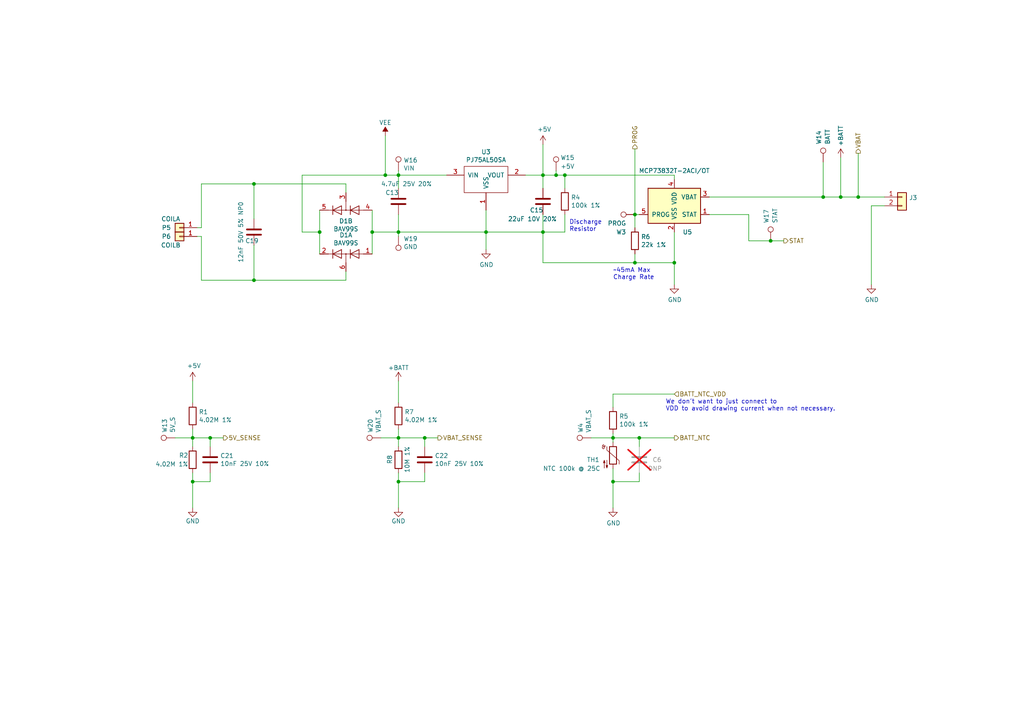
<source format=kicad_sch>
(kicad_sch (version 20230121) (generator eeschema)
  (paper "A4")
  (title_block (title "Pixels D20 Schematic, Main") (date "2022-08-26") (rev "13") (company "Systemic Games, LLC") (comment 1 "Wireless Charging Circuitry"))
  (lib_symbols
    (symbol "Connector_Generic:Conn_01x01" (pin_names (offset 1.016) hide)
      (property "Reference" "J" (at 0 2.54 0))
      (property "Value" "Conn_01x01" (at 0 -2.54 0))
      (symbol "Conn_01x01_1_1"
        (rectangle (start -1.27 0.127) (end 0 -0.127) (stroke (width 0.1524)))
        (rectangle (start -1.27 1.27) (end 1.27 -1.27) (stroke (width 0.254)) (fill (type background)))
        (pin passive line (at -5.08 0 0) (length 3.81) (name "Pin_1") (number "1"))
      )
    )
    (symbol "Connector_Generic:Conn_01x02" (pin_names (offset 1.016) hide)
      (property "Reference" "J" (at 0 2.54 0))
      (property "Value" "Conn_01x02" (at 0 -5.08 0))
      (symbol "Conn_01x02_1_1"
        (rectangle (start -1.27 -2.413) (end 0 -2.667) (stroke (width 0.1524)))
        (rectangle (start -1.27 0.127) (end 0 -0.127) (stroke (width 0.1524)))
        (rectangle (start -1.27 1.27) (end 1.27 -3.81) (stroke (width 0.254)) (fill (type background)))
        (pin passive line (at -5.08 0 0) (length 3.81) (name "Pin_1") (number "1"))
        (pin passive line (at -5.08 -2.54 0) (length 3.81) (name "Pin_2") (number "2"))
      )
    )
    (symbol "Device:C" (pin_numbers hide) (pin_names (offset 0.254))
      (property "Reference" "C" (at 0.635 2.54 0))
      (property "Value" "C" (at 0.635 -2.54 0))
      (symbol "C_0_1"
        (polyline (pts (xy -2.032 -0.762) (xy 2.032 -0.762)) (stroke (width 0.508)))
        (polyline (pts (xy -2.032 0.762) (xy 2.032 0.762)) (stroke (width 0.508)))
      )
      (symbol "C_1_1"
        (pin passive line (at 0 3.81 270) (length 2.794) (name "~") (number "1"))
        (pin passive line (at 0 -3.81 90) (length 2.794) (name "~") (number "2"))
      )
    )
    (symbol "Device:R" (pin_numbers hide) (pin_names (offset 0))
      (property "Reference" "R" (at 2.032 0 90))
      (property "Value" "R" (at 0 0 90))
      (symbol "R_0_1"
        (rectangle (start -1.016 -2.54) (end 1.016 2.54) (stroke (width 0.254)))
      )
      (symbol "R_1_1"
        (pin passive line (at 0 3.81 270) (length 1.27) (name "~") (number "1"))
        (pin passive line (at 0 -3.81 90) (length 1.27) (name "~") (number "2"))
      )
    )
    (symbol "Device:Thermistor_NTC" (pin_numbers hide) (pin_names (offset 0))
      (property "Reference" "TH" (at -4.445 0 90))
      (property "Value" "Thermistor_NTC" (at 3.175 0 90))
      (symbol "Thermistor_NTC_0_1"
        (arc (start -3.048 2.159) (mid -3.0495 2.3143) (end -3.175 2.413))
        (arc (start -3.048 2.159) (mid -2.9736 1.9794) (end -2.794 1.905))
        (arc (start -3.048 2.794) (mid -2.9736 2.6144) (end -2.794 2.54))
        (arc (start -2.794 1.905) (mid -2.6144 1.9794) (end -2.54 2.159))
        (arc (start -2.794 2.54) (mid -2.4393 2.5587) (end -2.159 2.794))
        (arc (start -2.794 3.048) (mid -2.9736 2.9736) (end -3.048 2.794))
        (arc (start -2.54 2.794) (mid -2.6144 2.9736) (end -2.794 3.048))
        (rectangle (start -1.016 2.54) (end 1.016 -2.54) (stroke (width 0.254)))
        (polyline (pts (xy -2.54 2.159) (xy -2.54 2.794)))
        (polyline (pts (xy -1.778 2.54) (xy -1.778 1.524) (xy 1.778 -1.524) (xy 1.778 -2.54)))
        (polyline (pts (xy -2.54 -3.683) (xy -2.54 -1.397) (xy -2.794 -2.159) (xy -2.286 -2.159) (xy -2.54 -1.397) (xy -2.54 -1.651)) (fill (type outline)))
        (polyline (pts (xy -1.778 -1.397) (xy -1.778 -3.683) (xy -2.032 -2.921) (xy -1.524 -2.921) (xy -1.778 -3.683) (xy -1.778 -3.429)) (fill (type outline)))
      )
      (symbol "Thermistor_NTC_1_1"
        (pin passive line (at 0 3.81 270) (length 1.27) (name "~") (number "1"))
        (pin passive line (at 0 -3.81 90) (length 1.27) (name "~") (number "2"))
      )
    )
    (symbol "Pixels-dice:BAV99S-diode" (pin_names (offset 0.0254) hide)
      (property "Reference" "D" (at 0 2.54 0))
      (property "Value" "BAV99S-diode" (at 0 5.08 0))
      (symbol "BAV99S-diode_0_1"
        (polyline (pts (xy -5.08 0) (xy 5.08 0)))
        (polyline (pts (xy 0 0) (xy 0 -2.54)))
        (polyline (pts (xy -1.27 -1.27) (xy -1.27 1.27) (xy -1.27 1.27)) (stroke (width 0.2032)))
        (polyline (pts (xy 3.81 1.27) (xy 3.81 -1.27) (xy 3.81 -1.27)) (stroke (width 0.2032)))
        (polyline (pts (xy -3.81 1.27) (xy -1.27 0) (xy -3.81 -1.27) (xy -3.81 1.27) (xy -3.81 1.27) (xy -3.81 1.27)) (stroke (width 0.2032)))
        (polyline (pts (xy 1.27 1.27) (xy 3.81 0) (xy 1.27 -1.27) (xy 1.27 1.27) (xy 1.27 1.27) (xy 1.27 1.27)) (stroke (width 0.2032)))
        (circle (center 0 0) (radius 0.127))
      )
      (symbol "BAV99S-diode_1_1"
        (polyline (pts (xy 6.35 0) (xy 7.62 0)))
        (pin passive line (at -7.62 0 0) (length 2.54) (name "A1") (number "1"))
        (pin passive line (at 7.62 0 180) (length 2.54) (name "K2") (number "2"))
        (pin passive line (at 0 -5.08 90) (length 2.54) (name "K3A4") (number "6"))
      )
      (symbol "BAV99S-diode_2_1"
        (polyline (pts (xy 6.35 0) (xy 7.62 0)))
        (pin passive line (at 0 -5.08 90) (length 2.54) (name "K1A2") (number "3"))
        (pin passive line (at -7.62 0 0) (length 2.54) (name "A3") (number "4"))
        (pin passive line (at 7.62 0 180) (length 2.54) (name "K4") (number "5"))
      )
    )
    (symbol "Pixels-dice:HX6306P502MR" (pin_names (offset 1.016))
      (property "Reference" "U" (at 3.81 -6.35 0))
      (property "Value" "HX6306P502MR" (at 0 3.81 0))
      (symbol "HX6306P502MR_0_1"
        (rectangle (start -6.35 2.54) (end 6.35 -5.08))
      )
      (symbol "HX6306P502MR_1_1"
        (pin power_in line (at 0 -10.16 90) (length 5.08) (name "VSS") (number "1"))
        (pin power_out line (at 11.43 0 180) (length 5.08) (name "VOUT") (number "2"))
        (pin power_in line (at -11.43 0 0) (length 5.08) (name "VIN") (number "3"))
      )
    )
    (symbol "Pixels-dice:MCP73831-2-OT-battery_management" (pin_names (offset 1.016))
      (property "Reference" "U" (at -7.62 6.35 0))
      (property "Value" "MCP73831-2-OT-battery_management" (at 1.27 6.35 0))
      (symbol "MCP73831-2-OT-battery_management_0_1"
        (rectangle (start -7.62 5.08) (end 7.62 -5.08) (stroke (width 0.254)) (fill (type background)))
      )
      (symbol "MCP73831-2-OT-battery_management_1_1"
        (pin output line (at 10.16 -2.54 180) (length 2.54) (name "STAT") (number "1"))
        (pin power_in line (at 0 -7.62 90) (length 2.54) (name "VSS") (number "2"))
        (pin power_out line (at 10.16 2.54 180) (length 2.54) (name "VBAT") (number "3"))
        (pin power_in line (at 0 7.62 270) (length 2.54) (name "VDD") (number "4"))
        (pin input line (at -10.16 -2.54 0) (length 2.54) (name "PROG") (number "5"))
      )
    )
    (symbol "Pixels-dice:TEST_1P-conn" (pin_numbers hide) (pin_names (offset 0.762) hide)
      (property "Reference" "W" (at 0 6.858 0))
      (property "Value" "TEST_1P-conn" (at 0 5.08 0))
      (symbol "TEST_1P-conn_0_1"
        (circle (center 0 3.302) (radius 0.762))
      )
      (symbol "TEST_1P-conn_1_1"
        (pin passive line (at 0 0 90) (length 2.54) (name "1") (number "1"))
      )
    )
    (symbol "power:+5V" (power) (pin_names (offset 0))
      (property "Value" "+5V" (at 0 3.556 0))
      (symbol "+5V_0_1"
        (polyline (pts (xy -0.762 1.27) (xy 0 2.54)))
        (polyline (pts (xy 0 0) (xy 0 2.54)))
        (polyline (pts (xy 0 2.54) (xy 0.762 1.27)))
      )
      (symbol "+5V_1_1"
        (pin power_in line (at 0 0 90) (length 0) hide (name "+5V") (number "1"))
      )
    )
    (symbol "power:+BATT" (power) (pin_names (offset 0))
      (property "Value" "+BATT" (at 0 3.556 0))
      (symbol "+BATT_0_1"
        (polyline (pts (xy -0.762 1.27) (xy 0 2.54)))
        (polyline (pts (xy 0 0) (xy 0 2.54)))
        (polyline (pts (xy 0 2.54) (xy 0.762 1.27)))
      )
      (symbol "+BATT_1_1"
        (pin power_in line (at 0 0 90) (length 0) hide (name "+BATT") (number "1"))
      )
    )
    (symbol "power:GND" (power) (pin_names (offset 0))
      (property "Value" "GND" (at 0 -3.81 0))
      (symbol "GND_0_1"
        (polyline (pts (xy 0 0) (xy 0 -1.27) (xy 1.27 -1.27) (xy 0 -2.54) (xy -1.27 -1.27) (xy 0 -1.27)))
      )
      (symbol "GND_1_1"
        (pin power_in line (at 0 0 270) (length 0) hide (name "GND") (number "1"))
      )
    )
    (symbol "power:VEE" (power) (pin_names (offset 0))
      (property "Value" "VEE" (at 0 3.81 0))
      (symbol "VEE_0_1"
        (polyline (pts (xy 0 0) (xy 0 2.54)))
        (polyline (pts (xy 0.762 1.27) (xy -0.762 1.27) (xy 0 2.54) (xy 0.762 1.27)) (fill (type outline)))
      )
      (symbol "VEE_1_1"
        (pin power_in line (at 0 0 90) (length 0) hide (name "VEE") (number "1"))
      )
    )
  )
  (junction (at 92.71 67.31))
  (junction (at 248.92 57.15))
  (junction (at 55.88 127))
  (junction (at 184.15 76.2))
  (junction (at 55.88 139.7))
  (junction (at 195.58 76.2))
  (junction (at 177.8 139.7))
  (junction (at 163.83 50.8))
  (junction (at 157.48 67.31))
  (junction (at 243.84 57.15))
  (junction (at 140.97 67.31))
  (junction (at 115.57 67.31))
  (junction (at 73.66 53.34))
  (junction (at 177.8 127))
  (junction (at 115.57 50.8))
  (junction (at 115.57 139.7))
  (junction (at 60.96 127))
  (junction (at 238.76 57.15))
  (junction (at 157.48 50.8))
  (junction (at 185.42 127))
  (junction (at 73.66 81.28))
  (junction (at 161.29 50.8))
  (junction (at 115.57 127))
  (junction (at 107.95 67.31))
  (junction (at 223.52 69.85))
  (junction (at 111.76 50.8))
  (junction (at 123.19 127))
  (junction (at 184.15 62.23))
  (wire (pts (xy 163.83 62.23) (xy 163.83 67.31)))
  (wire (pts (xy 157.48 76.2) (xy 184.15 76.2)))
  (wire (pts (xy 73.66 81.28) (xy 58.42 81.28)))
  (wire (pts (xy 238.76 57.15) (xy 243.84 57.15)))
  (wire (pts (xy 123.19 139.7) (xy 115.57 139.7)))
  (wire (pts (xy 55.88 137.16) (xy 55.88 139.7)))
  (wire (pts (xy 157.48 67.31) (xy 157.48 76.2)))
  (wire (pts (xy 115.57 50.8) (xy 129.54 50.8)))
  (wire (pts (xy 161.29 49.53) (xy 161.29 50.8)))
  (wire (pts (xy 205.74 57.15) (xy 238.76 57.15)))
  (wire (pts (xy 50.8 127) (xy 55.88 127)))
  (wire (pts (xy 217.17 69.85) (xy 223.52 69.85)))
  (wire (pts (xy 55.88 116.84) (xy 55.88 110.49)))
  (wire (pts (xy 73.66 53.34) (xy 58.42 53.34)))
  (wire (pts (xy 163.83 50.8) (xy 163.83 54.61)))
  (wire (pts (xy 248.92 44.45) (xy 248.92 57.15)))
  (wire (pts (xy 157.48 41.91) (xy 157.48 50.8)))
  (wire (pts (xy 248.92 57.15) (xy 243.84 57.15)))
  (wire (pts (xy 58.42 81.28) (xy 58.42 68.58)))
  (wire (pts (xy 92.71 60.96) (xy 92.71 67.31)))
  (wire (pts (xy 123.19 127) (xy 127 127)))
  (wire (pts (xy 157.48 67.31) (xy 157.48 62.23)))
  (wire (pts (xy 163.83 50.8) (xy 195.58 50.8)))
  (wire (pts (xy 205.74 62.23) (xy 217.17 62.23)))
  (wire (pts (xy 238.76 46.99) (xy 238.76 57.15)))
  (wire (pts (xy 184.15 73.66) (xy 184.15 76.2)))
  (wire (pts (xy 55.88 124.46) (xy 55.88 127)))
  (wire (pts (xy 58.42 66.04) (xy 57.15 66.04)))
  (wire (pts (xy 55.88 139.7) (xy 55.88 147.32)))
  (wire (pts (xy 55.88 129.54) (xy 55.88 127)))
  (wire (pts (xy 58.42 53.34) (xy 58.42 66.04)))
  (wire (pts (xy 92.71 67.31) (xy 92.71 73.66)))
  (wire (pts (xy 161.29 50.8) (xy 163.83 50.8)))
  (wire (pts (xy 107.95 60.96) (xy 107.95 67.31)))
  (wire (pts (xy 140.97 67.31) (xy 157.48 67.31)))
  (wire (pts (xy 107.95 67.31) (xy 107.95 73.66)))
  (wire (pts (xy 171.45 127) (xy 177.8 127)))
  (wire (pts (xy 115.57 49.53) (xy 115.57 50.8)))
  (wire (pts (xy 123.19 137.16) (xy 123.19 139.7)))
  (wire (pts (xy 60.96 137.16) (xy 60.96 139.7)))
  (wire (pts (xy 177.8 127) (xy 185.42 127)))
  (wire (pts (xy 55.88 127) (xy 60.96 127)))
  (wire (pts (xy 252.73 59.69) (xy 252.73 82.55)))
  (wire (pts (xy 177.8 125.73) (xy 177.8 127)))
  (wire (pts (xy 177.8 118.11) (xy 177.8 114.3)))
  (wire (pts (xy 100.33 78.74) (xy 100.33 81.28)))
  (wire (pts (xy 115.57 50.8) (xy 115.57 54.61)))
  (wire (pts (xy 110.49 127) (xy 115.57 127)))
  (wire (pts (xy 140.97 67.31) (xy 140.97 72.39)))
  (wire (pts (xy 177.8 139.7) (xy 177.8 147.32)))
  (wire (pts (xy 185.42 139.7) (xy 177.8 139.7)))
  (wire (pts (xy 115.57 127) (xy 115.57 129.54)))
  (wire (pts (xy 115.57 110.49) (xy 115.57 116.84)))
  (wire (pts (xy 115.57 137.16) (xy 115.57 139.7)))
  (wire (pts (xy 243.84 45.72) (xy 243.84 57.15)))
  (wire (pts (xy 60.96 127) (xy 64.77 127)))
  (wire (pts (xy 73.66 71.12) (xy 73.66 81.28)))
  (wire (pts (xy 115.57 67.31) (xy 107.95 67.31)))
  (wire (pts (xy 195.58 52.07) (xy 195.58 50.8)))
  (wire (pts (xy 217.17 62.23) (xy 217.17 69.85)))
  (wire (pts (xy 60.96 129.54) (xy 60.96 127)))
  (wire (pts (xy 195.58 67.31) (xy 195.58 76.2)))
  (wire (pts (xy 152.4 50.8) (xy 157.48 50.8)))
  (wire (pts (xy 184.15 43.18) (xy 184.15 62.23)))
  (wire (pts (xy 185.42 127) (xy 185.42 129.54)))
  (wire (pts (xy 223.52 69.85) (xy 227.33 69.85)))
  (wire (pts (xy 157.48 50.8) (xy 157.48 54.61)))
  (wire (pts (xy 87.63 50.8) (xy 111.76 50.8)))
  (wire (pts (xy 140.97 60.96) (xy 140.97 67.31)))
  (wire (pts (xy 58.42 68.58) (xy 57.15 68.58)))
  (wire (pts (xy 73.66 53.34) (xy 100.33 53.34)))
  (wire (pts (xy 92.71 67.31) (xy 87.63 67.31)))
  (wire (pts (xy 123.19 127) (xy 123.19 129.54)))
  (wire (pts (xy 60.96 139.7) (xy 55.88 139.7)))
  (wire (pts (xy 185.42 137.16) (xy 185.42 139.7)))
  (wire (pts (xy 256.54 59.69) (xy 252.73 59.69)))
  (wire (pts (xy 185.42 62.23) (xy 184.15 62.23)))
  (wire (pts (xy 177.8 114.3) (xy 195.58 114.3)))
  (wire (pts (xy 115.57 68.58) (xy 115.57 67.31)))
  (wire (pts (xy 163.83 67.31) (xy 157.48 67.31)))
  (wire (pts (xy 115.57 124.46) (xy 115.57 127)))
  (wire (pts (xy 184.15 76.2) (xy 195.58 76.2)))
  (wire (pts (xy 115.57 127) (xy 123.19 127)))
  (wire (pts (xy 157.48 50.8) (xy 161.29 50.8)))
  (wire (pts (xy 87.63 67.31) (xy 87.63 50.8)))
  (wire (pts (xy 248.92 57.15) (xy 256.54 57.15)))
  (wire (pts (xy 115.57 139.7) (xy 115.57 147.32)))
  (wire (pts (xy 111.76 39.37) (xy 111.76 50.8)))
  (wire (pts (xy 177.8 135.89) (xy 177.8 139.7)))
  (wire (pts (xy 115.57 62.23) (xy 115.57 67.31)))
  (wire (pts (xy 185.42 127) (xy 195.58 127)))
  (wire (pts (xy 115.57 67.31) (xy 140.97 67.31)))
  (wire (pts (xy 100.33 55.88) (xy 100.33 53.34)))
  (wire (pts (xy 184.15 62.23) (xy 184.15 66.04)))
  (wire (pts (xy 73.66 63.5) (xy 73.66 53.34)))
  (wire (pts (xy 195.58 76.2) (xy 195.58 82.55)))
  (wire (pts (xy 111.76 50.8) (xy 115.57 50.8)))
  (wire (pts (xy 177.8 127) (xy 177.8 128.27)))
  (wire (pts (xy 73.66 81.28) (xy 100.33 81.28)))
  (text "We don't want to just connect to\nVDD to avoid drawing current when not necessary." (at 193.04 119.38 0) (effects (font (size 1.27 1.27)) (justify left bottom)))
  (text "~45mA Max\nCharge Rate" (at 177.8 81.28 0) (effects (font (size 1.27 1.27)) (justify left bottom)))
  (text "Discharge\nResistor" (at 165.1 67.31 0) (effects (font (size 1.27 1.27)) (justify left bottom)))
  (hierarchical_label "PROG" (shape output) (at 184.15 43.18 90))
  (hierarchical_label "VBAT" (shape output) (at 248.92 44.45 90))
  (hierarchical_label "5V_SENSE" (shape output) (at 64.77 127 0))
  (hierarchical_label "BATT_NTC_VDD" (shape input) (at 195.58 114.3 0))
  (hierarchical_label "STAT" (shape output) (at 227.33 69.85 0))
  (hierarchical_label "BATT_NTC" (shape output) (at 195.58 127 0))
  (hierarchical_label "VBAT_SENSE" (shape output) (at 127 127 0))
  (symbol (lib_id "power:GND") (at 252.73 82.55 0) (unit 1)
    (property "Reference" "#PWR052" (effects hide))
    (property "Value" "GND" (at 252.857 86.9442 0))
  )
  (symbol (lib_id "Device:C") (at 115.57 58.42 0) (unit 1)
    (property "Reference" "C13" (at 111.76 55.88 0) (effects (justify left)))
    (property "Value" "4.7uF 25V 20%" (at 110.49 53.34 0) (effects (justify left)))
    (property "Footprint" "Capacitor_SMD:C_0603_1608Metric" (effects hide))
    (property "Generic OK" "YES" (effects hide))
    (property "Pixels Part Number" "SMD-C010" (effects hide))
    (property "Manufacturer" "Murata" (effects hide))
    (property "Manufacturer Part Number" "GRM188R61E475KE11D" (effects hide))
  )
  (symbol (lib_id "Pixels-dice:TEST_1P-conn") (at 171.45 127 90) (unit 1)
    (property "Reference" "W4" (at 168.402 125.5268 0) (effects (justify left)))
    (property "Value" "VBAT_S" (at 170.7134 125.5268 0) (effects (justify left)))
    (property "Footprint" "Pixels-dice:TEST_PIN" (effects hide))
    (property "Generic OK" "N/A" (effects hide))
  )
  (symbol (lib_id "Device:R") (at 177.8 121.92 0) (unit 1)
    (property "Reference" "R5" (at 179.578 120.7516 0) (effects (justify left)))
    (property "Value" "100k 1%" (at 179.578 123.063 0) (effects (justify left)))
    (property "Footprint" "Pixels-dice:R_0402_1005Metric" (effects hide))
    (property "Generic OK" "YES" (effects hide))
    (property "Pixels Part Number" "SMD-R006" (effects hide))
    (property "Manufacturer" "UNI-ROYAL(Uniroyal Elec)" (effects hide))
    (property "Manufacturer Part Number" "0402WGF1003TCE" (effects hide))
  )
  (symbol (lib_id "Pixels-dice:TEST_1P-conn") (at 115.57 49.53 0) (unit 1)
    (property "Reference" "W16" (at 117.0432 46.482 0) (effects (justify left)))
    (property "Value" "VIN" (at 117.0432 48.7934 0) (effects (justify left)))
    (property "Footprint" "Pixels-dice:TEST_PIN" (effects hide))
    (property "Generic OK" "N/A" (effects hide))
  )
  (symbol (lib_id "Device:Thermistor_NTC") (at 177.8 132.08 0) (unit 1)
    (property "Reference" "TH1" (at 170.18 133.35 0) (effects (justify left)))
    (property "Value" "NTC 100k @ 25C" (at 157.48 135.89 0) (effects (justify left)))
    (property "Footprint" "Pixels-dice:R_0402_1005Metric" (effects hide))
    (property "Generic OK" "NO" (effects hide))
    (property "Manufacturer" "TDK" (effects hide))
    (property "Manufacturer Part Number" "NTCG104EF104FT1X" (effects hide))
  )
  (symbol (lib_id "power:VEE") (at 111.76 39.37 0) (unit 1)
    (property "Reference" "#PWR032" (effects hide))
    (property "Value" "VEE" (at 111.76 35.56 0))
  )
  (symbol (lib_id "power:+5V") (at 55.88 110.49 0) (unit 1)
    (property "Reference" "#PWR057" (effects hide))
    (property "Value" "+5V" (at 56.261 106.0958 0))
  )
  (symbol (lib_id "Pixels-dice:TEST_1P-conn") (at 50.8 127 90) (unit 1)
    (property "Reference" "W13" (at 47.752 125.5268 0) (effects (justify left)))
    (property "Value" "5V_S" (at 50.0634 125.5268 0) (effects (justify left)))
    (property "Footprint" "Pixels-dice:TEST_PIN" (effects hide))
    (property "Generic OK" "N/A" (effects hide))
  )
  (symbol (lib_id "Device:C") (at 73.66 67.31 0) (unit 1)
    (property "Reference" "C19" (at 71.12 69.85 0) (effects (justify left)))
    (property "Value" "12nF 50V 5% NP0" (at 69.85 76.2 90) (effects (justify left)))
    (property "Footprint" "Capacitor_SMD:C_0805_2012Metric" (effects hide))
    (property "Generic OK" "NO" (effects hide))
    (property "Pixels Part Number" "SMD-C011" (effects hide))
    (property "Manufacturer" "Murata" (effects hide))
    (property "Manufacturer Part Number" "GRM2195C1H123JA01D" (effects hide))
  )
  (symbol (lib_id "Device:R") (at 184.15 69.85 0) (unit 1)
    (property "Reference" "R6" (at 185.928 68.6816 0) (effects (justify left)))
    (property "Value" "22k 1%" (at 185.928 70.993 0) (effects (justify left)))
    (property "Footprint" "Pixels-dice:R_0402_1005Metric" (effects hide))
    (property "Generic OK" "YES" (effects hide))
    (property "Pixels Part Number" "SMD-R002" (effects hide))
    (property "Manufacturer" "UNI-ROYAL(Uniroyal Elec)" (effects hide))
    (property "Manufacturer Part Number" "0402WGF2202TCE" (effects hide))
  )
  (symbol (lib_id "Device:R") (at 115.57 120.65 0) (unit 1)
    (property "Reference" "R7" (at 117.348 119.4816 0) (effects (justify left)))
    (property "Value" "4.02M 1%" (at 117.348 121.793 0) (effects (justify left)))
    (property "Footprint" "Pixels-dice:R_0402_1005Metric" (effects hide))
    (property "Generic OK" "YES" (effects hide))
    (property "Pixels Part Number" "SMD-R003" (effects hide))
    (property "Manufacturer" "UNI-ROYAL(Uniroyal Elec)" (effects hide))
    (property "Manufacturer Part Number" "0402WGF4024TCE" (effects hide))
  )
  (symbol (lib_id "power:+BATT") (at 115.57 110.49 0) (unit 1)
    (property "Reference" "#PWR058" (effects hide))
    (property "Value" "+BATT" (at 115.57 106.68 0))
  )
  (symbol (lib_id "Device:R") (at 115.57 133.35 0) (unit 1)
    (property "Reference" "R8" (at 113.03 134.62 90) (effects (justify left)))
    (property "Value" "10M 1%" (at 118.11 137.16 90) (effects (justify left)))
    (property "Footprint" "Pixels-dice:R_0402_1005Metric" (effects hide))
    (property "Generic OK" "YES" (effects hide))
    (property "Pixels Part Number" "SMD-R004" (effects hide))
    (property "Manufacturer" "UNI-ROYAL(Uniroyal Elec)" (effects hide))
    (property "Manufacturer Part Number" "0402WGF1005TCE" (effects hide))
  )
  (symbol (lib_id "Pixels-dice:MCP73831-2-OT-battery_management") (at 195.58 59.69 0) (unit 1)
    (property "Reference" "U5" (at 199.39 67.31 0))
    (property "Value" "MCP73832T-2ACI/OT" (at 195.58 49.53 0))
    (property "Footprint" "Package_TO_SOT_SMD:SOT-23-5" (effects hide))
    (property "Datasheet" "http://ww1.microchip.com/downloads/en/DeviceDoc/20001984g.pdf" (effects hide))
    (property "Generic OK" "NO" (effects hide))
    (property "Manufacturer" "Microchip" (effects hide))
    (property "Manufacturer Part Number" "MCP73832T-2ACI/OT" (effects hide))
    (property "Pixels Part Number" "SMD-U005" (effects hide))
  )
  (symbol (lib_id "Device:R") (at 55.88 120.65 0) (unit 1)
    (property "Reference" "R1" (at 57.658 119.4816 0) (effects (justify left)))
    (property "Value" "4.02M 1%" (at 57.658 121.793 0) (effects (justify left)))
    (property "Footprint" "Pixels-dice:R_0402_1005Metric" (effects hide))
    (property "Generic OK" "YES" (effects hide))
    (property "Pixels Part Number" "SMD-R003" (effects hide))
    (property "Manufacturer" "UNI-ROYAL(Uniroyal Elec)" (effects hide))
    (property "Manufacturer Part Number" "0402WGF4024TCE" (effects hide))
  )
  (symbol (lib_id "Device:R") (at 55.88 133.35 180) (unit 1)
    (property "Reference" "R2" (at 54.61 132.08 0) (effects (justify left)))
    (property "Value" "4.02M 1%" (at 54.61 134.62 0) (effects (justify left)))
    (property "Footprint" "Pixels-dice:R_0402_1005Metric" (effects hide))
    (property "Generic OK" "YES" (effects hide))
    (property "Pixels Part Number" "SMD-R003" (effects hide))
    (property "Manufacturer" "UNI-ROYAL(Uniroyal Elec)" (effects hide))
    (property "Manufacturer Part Number" "0402WGF4024TCE" (effects hide))
  )
  (symbol (lib_id "power:GND") (at 115.57 147.32 0) (unit 1)
    (property "Reference" "#PWR060" (effects hide))
    (property "Value" "GND" (at 115.57 151.13 0))
  )
  (symbol (lib_id "Pixels-dice:TEST_1P-conn") (at 184.15 62.23 90) (unit 1)
    (property "Reference" "W3" (at 181.61 67.31 90) (effects (justify left)))
    (property "Value" "PROG" (at 181.61 64.77 90) (effects (justify left)))
    (property "Footprint" "Pixels-dice:TEST_PIN" (effects hide))
    (property "Generic OK" "N/A" (effects hide))
  )
  (symbol (lib_id "power:+5V") (at 157.48 41.91 0) (unit 1)
    (property "Reference" "#PWR040" (effects hide))
    (property "Value" "+5V" (at 157.861 37.5158 0))
  )
  (symbol (lib_id "Device:C") (at 123.19 133.35 0) (unit 1)
    (property "Reference" "C22" (at 126.111 132.1816 0) (effects (justify left)))
    (property "Value" "10nF 25V 10%" (at 126.111 134.493 0) (effects (justify left)))
    (property "Footprint" "Pixels-dice:C_0402_1005Metric" (effects hide))
    (property "Generic OK" "YES" (effects hide))
    (property "Pixels Part Number" "SMD-C009" (effects hide))
    (property "Manufacturer" "Murata" (effects hide))
    (property "Manufacturer Part Number" "GRM155R71H103KA88" (effects hide))
  )
  (symbol (lib_id "Pixels-dice:TEST_1P-conn") (at 223.52 69.85 0) (unit 1)
    (property "Reference" "W17" (at 222.25 64.77 90) (effects (justify left)))
    (property "Value" "STAT" (at 224.79 64.77 90) (effects (justify left)))
    (property "Footprint" "Pixels-dice:TEST_PIN" (effects hide))
    (property "Generic OK" "N/A" (effects hide))
  )
  (symbol (lib_id "Device:R") (at 163.83 58.42 0) (unit 1)
    (property "Reference" "R4" (at 165.608 57.2516 0) (effects (justify left)))
    (property "Value" "100k 1%" (at 165.608 59.563 0) (effects (justify left)))
    (property "Footprint" "Pixels-dice:R_0402_1005Metric" (effects hide))
    (property "Generic OK" "YES" (effects hide))
    (property "Pixels Part Number" "SMD-R006" (effects hide))
    (property "Manufacturer" "UNI-ROYAL(Uniroyal Elec)" (effects hide))
    (property "Manufacturer Part Number" "0402WGF1003TCE" (effects hide))
  )
  (symbol (lib_id "Device:C") (at 185.42 133.35 0) (unit 1) (in_bom no) (dnp yes)
    (property "Reference" "C6" (at 189.23 133.35 0) (effects (justify left)))
    (property "Value" "DNP" (at 187.96 135.89 0) (effects (justify left)))
    (property "Footprint" "Pixels-dice:C_0402_1005Metric" (effects hide))
    (property "Generic OK" "YES" (effects hide))
  )
  (symbol (lib_id "power:GND") (at 195.58 82.55 0) (unit 1)
    (property "Reference" "#PWR051" (effects hide))
    (property "Value" "GND" (at 195.707 86.9442 0))
  )
  (symbol (lib_id "power:GND") (at 140.97 72.39 0) (unit 1)
    (property "Reference" "#PWR050" (effects hide))
    (property "Value" "GND" (at 141.097 76.7842 0))
  )
  (symbol (lib_id "power:+BATT") (at 243.84 45.72 0) (unit 1)
    (property "Reference" "#PWR041" (effects hide))
    (property "Value" "+BATT" (at 243.84 39.37 90))
  )
  (symbol (lib_id "Connector_Generic:Conn_01x02") (at 261.62 57.15 0) (unit 1)
    (property "Reference" "J3" (at 263.652 57.3532 0) (effects (justify left)))
    (property "Value" "Conn_01x02" (effects hide))
    (property "Footprint" "Pixels-dice:Hongjie 10100 Connector" (effects hide))
    (property "Generic OK" "N/A" (effects hide))
  )
  (symbol (lib_id "Device:C") (at 157.48 58.42 0) (unit 1)
    (property "Reference" "C15" (at 153.67 60.96 0) (effects (justify left)))
    (property "Value" "22uF 10V 20%" (at 147.32 63.5 0) (effects (justify left)))
    (property "Footprint" "Capacitor_SMD:C_0603_1608Metric" (effects hide))
    (property "Generic OK" "YES" (effects hide))
    (property "Manufacturer" "Murata" (effects hide))
    (property "Manufacturer Part Number" "GRM188R61A226ME15D" (effects hide))
  )
  (symbol (lib_id "Pixels-dice:TEST_1P-conn") (at 115.57 68.58 180) (unit 1)
    (property "Reference" "W19" (at 117.0432 69.2658 0) (effects (justify right)))
    (property "Value" "GND" (at 117.0432 71.5772 0) (effects (justify right)))
    (property "Footprint" "Pixels-dice:TEST_PIN" (effects hide))
    (property "Generic OK" "N/A" (effects hide))
  )
  (symbol (lib_id "Pixels-dice:TEST_1P-conn") (at 238.76 46.99 0) (unit 1)
    (property "Reference" "W14" (at 237.49 41.91 90) (effects (justify left)))
    (property "Value" "BATT" (at 240.03 41.91 90) (effects (justify left)))
    (property "Footprint" "Pixels-dice:TEST_PIN" (effects hide))
    (property "Generic OK" "N/A" (effects hide))
  )
  (symbol (lib_id "Connector_Generic:Conn_01x01") (at 52.07 68.58 180) (unit 1)
    (property "Reference" "P6" (at 48.26 68.58 0))
    (property "Value" "COILB" (at 49.53 71.12 0))
    (property "Footprint" "TestPoint:TestPoint_THTPad_D1.5mm_Drill0.7mm" (effects hide))
    (property "Generic OK" "N/A" (effects hide))
  )
  (symbol (lib_id "Connector_Generic:Conn_01x01") (at 52.07 66.04 180) (unit 1)
    (property "Reference" "P5" (at 48.26 66.04 0))
    (property "Value" "COILA" (at 49.53 63.5 0))
    (property "Footprint" "TestPoint:TestPoint_THTPad_D1.5mm_Drill0.7mm" (effects hide))
    (property "Generic OK" "N/A" (effects hide))
  )
  (symbol (lib_id "Pixels-dice:TEST_1P-conn") (at 110.49 127 90) (unit 1)
    (property "Reference" "W20" (at 107.442 125.5268 0) (effects (justify left)))
    (property "Value" "VBAT_S" (at 109.7534 125.5268 0) (effects (justify left)))
    (property "Footprint" "Pixels-dice:TEST_PIN" (effects hide))
    (property "Generic OK" "N/A" (effects hide))
  )
  (symbol (lib_id "Pixels-dice:HX6306P502MR") (at 140.97 50.8 0) (unit 1)
    (property "Reference" "U3" (at 140.97 44.069 0))
    (property "Value" "PJ75AL50SA" (at 140.97 46.3804 0))
    (property "Footprint" "Pixels-dice:SOT-23" (effects hide))
    (property "Manufacturer" "PJSEMI" (effects hide))
    (property "Manufacturer Part Number" "PJ75AL50SA" (effects hide))
    (property "Generic OK" "NO" (effects hide))
  )
  (symbol (lib_id "Pixels-dice:TEST_1P-conn") (at 161.29 49.53 0) (unit 1)
    (property "Reference" "W15" (at 162.56 45.72 0) (effects (justify left)))
    (property "Value" "+5V" (at 162.56 48.26 0) (effects (justify left)))
    (property "Footprint" "Pixels-dice:TEST_PIN" (effects hide))
    (property "Generic OK" "N/A" (effects hide))
  )
  (symbol (lib_id "power:GND") (at 177.8 147.32 0) (unit 1)
    (property "Reference" "#PWR022" (effects hide))
    (property "Value" "GND" (at 177.927 151.7142 0))
  )
  (symbol (lib_id "Pixels-dice:BAV99S-diode") (at 100.33 60.96 180) (unit 2)
    (property "Reference" "D1" (at 100.33 64.1096 0))
    (property "Value" "BAV99S" (at 100.33 66.421 0))
    (property "Footprint" "Package_TO_SOT_SMD:SOT-363_SC-70-6" (effects hide))
    (property "Datasheet" "https://assets.nexperia.com/documents/data-sheet/BAV99_SER.pdf" (effects hide))
    (property "Generic OK" "YES" (effects hide))
    (property "Manufacturer" "Nexperia" (effects hide))
    (property "Manufacturer Part Number" "BAV99S,115" (effects hide))
    (property "Pixels Part Number" "SMD-D001" (effects hide))
  )
  (symbol (lib_id "power:GND") (at 55.88 147.32 0) (unit 1)
    (property "Reference" "#PWR059" (effects hide))
    (property "Value" "GND" (at 55.88 151.13 0))
  )
  (symbol (lib_id "Pixels-dice:BAV99S-diode") (at 100.33 73.66 0) (mirror y) (unit 1)
    (property "Reference" "D1" (at 100.33 68.1736 0))
    (property "Value" "BAV99S" (at 100.33 70.485 0))
    (property "Footprint" "Package_TO_SOT_SMD:SOT-363_SC-70-6" (effects hide))
    (property "Datasheet" "https://assets.nexperia.com/documents/data-sheet/BAV99_SER.pdf" (effects hide))
    (property "Generic OK" "YES" (effects hide))
    (property "Manufacturer" "Nexperia" (effects hide))
    (property "Manufacturer Part Number" "BAV99S,115" (effects hide))
    (property "Pixels Part Number" "SMD-D001" (effects hide))
  )
  (symbol (lib_id "Device:C") (at 60.96 133.35 0) (unit 1)
    (property "Reference" "C21" (at 63.881 132.1816 0) (effects (justify left)))
    (property "Value" "10nF 25V 10%" (at 63.881 134.493 0) (effects (justify left)))
    (property "Footprint" "Pixels-dice:C_0402_1005Metric" (effects hide))
    (property "Generic OK" "YES" (effects hide))
    (property "Pixels Part Number" "SMD-C009" (effects hide))
    (property "Manufacturer" "Murata" (effects hide))
    (property "Manufacturer Part Number" "GRM155R71H103KA88" (effects hide))
  )
)
</source>
